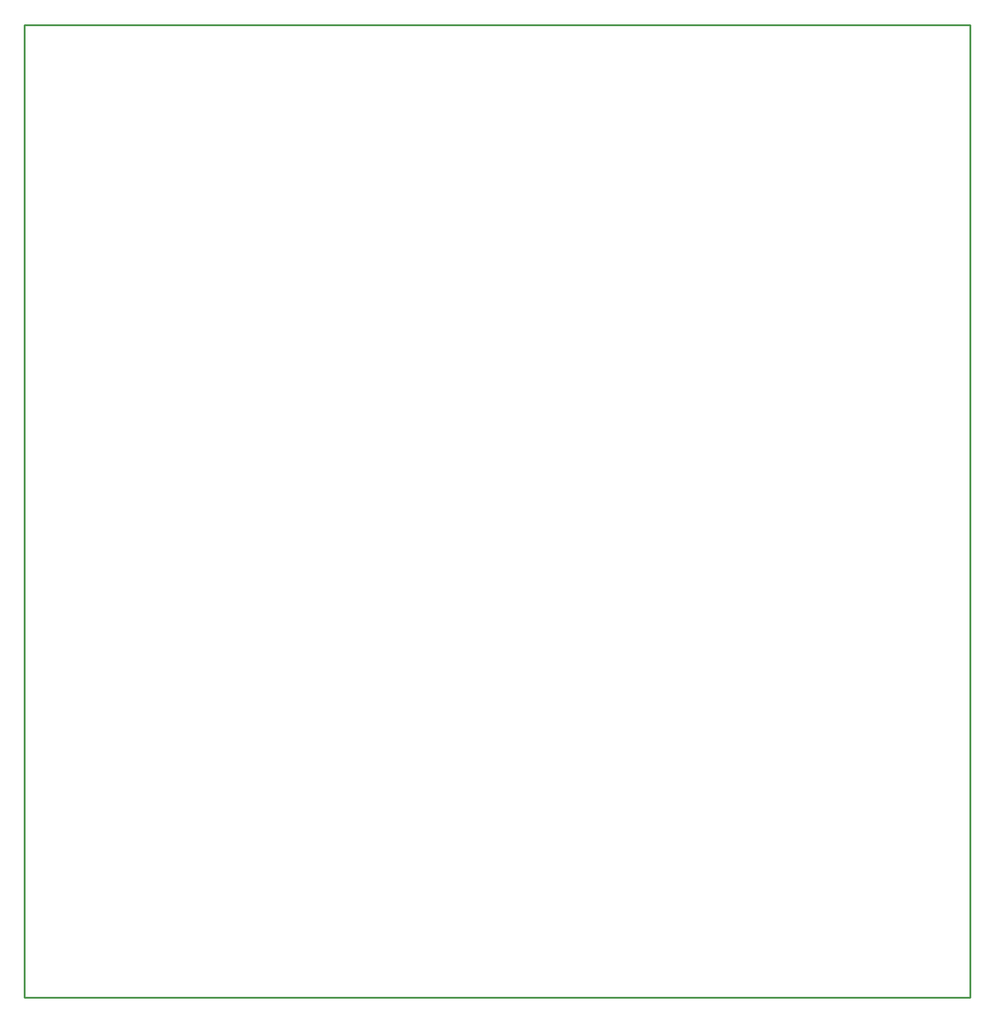
<source format=gko>
G04*
G04 #@! TF.GenerationSoftware,Altium Limited,Altium Designer,21.7.2 (23)*
G04*
G04 Layer_Color=16711935*
%FSLAX25Y25*%
%MOIN*%
G70*
G04*
G04 #@! TF.SameCoordinates,C79372BE-A85D-4624-A7F0-99D61F2BA69B*
G04*
G04*
G04 #@! TF.FilePolarity,Positive*
G04*
G01*
G75*
%ADD16C,0.01000*%
D16*
X61494Y7500D02*
X579500D01*
X61494Y540500D02*
X61494Y7500D01*
X579500Y540500D02*
X579500Y7500D01*
X61494Y540500D02*
X579500D01*
M02*

</source>
